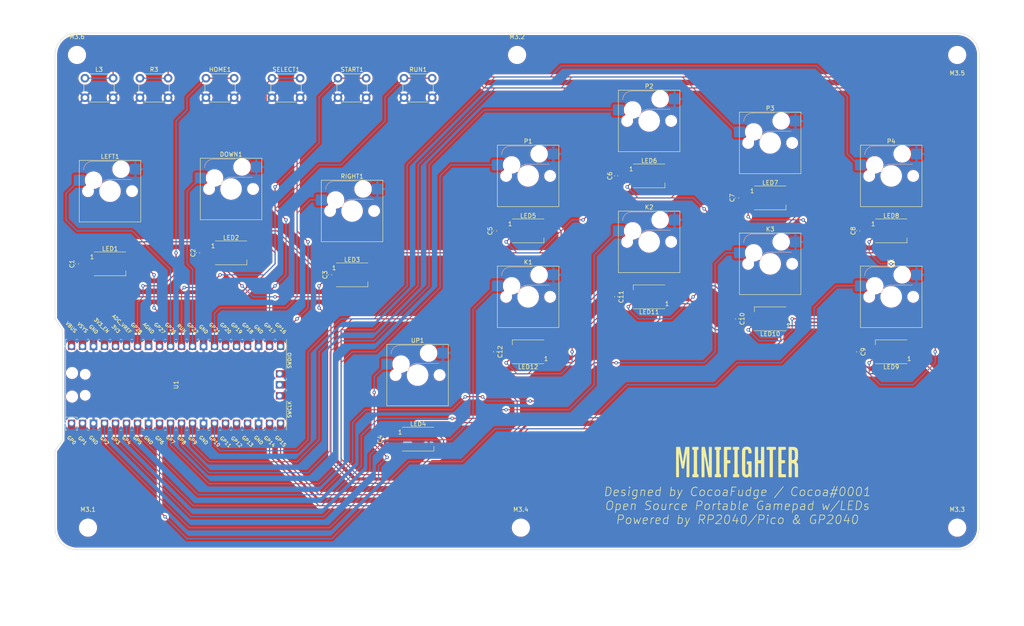
<source format=kicad_pcb>
(kicad_pcb (version 20211014) (generator pcbnew)
  (layers (0 "F.Cu" signal) (31 "B.Cu" signal) (34 "B.Paste" user) (35 "F.Paste" user) (36 "B.SilkS" user "B.Silkscreen") (37 "F.SilkS" user "F.Silkscreen") (38 "B.Mask" user) (39 "F.Mask" user) (44 "Edge.Cuts" user))
  (net 0 "")
  (net 1 "GND")
  (net 2 "+5V")
  (net 3 "GP 3")
  (net 4 "GP 6")
  (net 5 "GP 7")
  (net 6 "GP 8")
  (net 7 "GP 9")
  (net 8 "Net-(LED1-Pad2)")
  (net 9 "DIN")
  (net 10 "Net-(LED2-Pad2)")
  (net 11 "Net-(LED3-Pad2)")
  (net 12 "Net-(LED4-Pad2)")
  (net 13 "Net-(LED5-Pad2)")
  (net 14 "Net-(LED6-Pad2)")
  (net 15 "Net-(LED7-Pad2)")
  (net 16 "Net-(LED8-Pad2)")
  (net 17 "Net-(LED10-Pad4)")
  (net 18 "Net-(LED10-Pad2)")
  (net 19 "Net-(LED11-Pad2)")
  (net 20 "GP 5")
  (net 21 "GP10")
  (net 22 "GP 4")
  (net 23 "RUN")
  (net 24 "GP16")
  (net 25 "GP17")
  (net 28 "GP 2")
  (net 29 "GP14")
  (net 39 "GP15")
  (net 40 "GP21")
  (net 41 "GP22")
  (net 42 "GP26")
  (net 43 "GP28")
  (footprint "Switch_Keyboard_Hotswap_Kailh:SW_Hotswap_Kailh_MX" (layer "F.Cu") (at 452 267)
    (fp_text reference "UP1")
    (fp_text value "SW_SPST")
  )
  (footprint "LED_SMD:LED_WS2812B_PLCC4_5.0x5.0mm_P3.2mm" (layer "F.Cu") (at 505.46 220.98)
    (fp_text reference "LED6")
    (fp_text value "WS2812B")
  )
  (footprint "Capacitor_SMD:C_0402_1005Metric" (layer "F.Cu") (at 525.78 226.06 90)
    (fp_text reference "C7")
    (fp_text value "0.1uF")
  )
  (footprint "LED_SMD:LED_WS2812B_PLCC4_5.0x5.0mm_P3.2mm" (layer "F.Cu") (at 477.52 233.68)
    (fp_text reference "LED5")
    (fp_text value "WS2812B")
  )
  (footprint "Switch_Keyboard_Hotswap_Kailh:SW_Hotswap_Kailh_MX" (layer "F.Cu") (at 533.4 213.36)
    (fp_text reference "P3")
    (fp_text value "SW_SPST")
  )
  (footprint "LED_SMD:LED_WS2812B_PLCC4_5.0x5.0mm_P3.2mm" (layer "F.Cu") (at 533.4 226.06)
    (fp_text reference "LED7")
    (fp_text value "WS2812B")
  )
  (footprint "MountingHole:MountingHole_3.2mm_M3" (layer "F.Cu") (at 475.84 302.26)
    (fp_text reference "M3.4")
    (fp_text value "MountingHole")
  )
  (footprint "LED_SMD:LED_WS2812B_PLCC4_5.0x5.0mm_P3.2mm" (layer "F.Cu") (at 381 241.3)
    (fp_text reference "LED1")
    (fp_text value "WS2812B")
  )
  (footprint "Switch_Keyboard_Hotswap_Kailh:SW_Hotswap_Kailh_MX" (layer "F.Cu") (at 505.46 236.22)
    (fp_text reference "K2")
    (fp_text value "SW_SPST")
  )
  (footprint "Switch_Keyboard_Hotswap_Kailh:SW_Hotswap_Kailh_MX" (layer "F.Cu") (at 505.46 208.28)
    (fp_text reference "P2")
    (fp_text value "SW_SPST")
  )
  (footprint "KiCad-RP-Pico-main:RPi_Pico_SMD_TH" (layer "F.Cu") (at 396.24 269.24 90)
    (fp_text reference "U1")
    (fp_text value "Pico")
  )
  (footprint "LED_SMD:LED_WS2812B_PLCC4_5.0x5.0mm_P3.2mm" (layer "F.Cu") (at 477.52 261.62 180)
    (fp_text reference "LED12")
    (fp_text value "WS2812B")
  )
  (footprint "LED_SMD:LED_WS2812B_PLCC4_5.0x5.0mm_P3.2mm" (layer "F.Cu") (at 408.94 238.76)
    (fp_text reference "LED2")
    (fp_text value "WS2812B")
  )
  (footprint "Button_Switch_THT:SW_PUSH_6mm" (layer "F.Cu") (at 387.91 198.41)
    (fp_text reference "R3")
    (fp_text value "SW_SPST")
  )
  (footprint "Capacitor_SMD:C_0402_1005Metric" (layer "F.Cu") (at 553.72 233.68 90)
    (fp_text reference "C8")
    (fp_text value "0.1uF")
  )
  (footprint "Switch_Keyboard_Hotswap_Kailh:SW_Hotswap_Kailh_MX" (layer "F.Cu") (at 477.52 220.98)
    (fp_text reference "P1")
    (fp_text value "SW_SPST")
  )
  (footprint "Capacitor_SMD:C_0402_1005Metric" (layer "F.Cu") (at 525.78 254 -90)
    (fp_text reference "C10")
    (fp_text value "0.1uF")
  )
  (footprint "Switch_Keyboard_Hotswap_Kailh:SW_Hotswap_Kailh_MX" (layer "F.Cu") (at 477.52 248.92)
    (fp_text reference "K1")
    (fp_text value "SW_SPST")
  )
  (footprint "Capacitor_SMD:C_0402_1005Metric" (layer "F.Cu") (at 497.84 248.92 -90)
    (fp_text reference "C11")
    (fp_text value "0.1uF")
  )
  (footprint "Switch_Keyboard_Hotswap_Kailh:SW_Hotswap_Kailh_MX" (layer "F.Cu") (at 533.4 241.3)
    (fp_text reference "K3")
    (fp_text value "SW_SPST")
  )
  (footprint "Capacitor_SMD:C_0402_1005Metric" (layer "F.Cu") (at 469.9 261.62 -90)
    (fp_text reference "C12")
    (fp_text value "0.1uF")
  )
  (footprint "LED_SMD:LED_WS2812B_PLCC4_5.0x5.0mm_P3.2mm" (layer "F.Cu") (at 436.88 243.84)
    (fp_text reference "LED3")
    (fp_text value "WS2812B")
  )
  (footprint "Capacitor_SMD:C_0402_1005Metric" (layer "F.Cu") (at 401.32 238.76 90)
    (fp_text reference "C2")
    (fp_text value "0.1uF")
  )
  (footprint "Button_Switch_THT:SW_PUSH_6mm" (layer "F.Cu") (at 375.21 198.41)
    (fp_text reference "L3")
    (fp_text value "SW_SPST")
  )
  (footprint "Button_Switch_THT:SW_PUSH_6mm" (layer "F.Cu") (at 403.15 198.41)
    (fp_text reference "HOME1")
    (fp_text value "SW_SPST")
  )
  (footprint "LED_SMD:LED_WS2812B_PLCC4_5.0x5.0mm_P3.2mm" (layer "F.Cu") (at 505.46 248.92 180)
    (fp_text reference "LED11")
    (fp_text value "WS2812B")
  )
  (footprint "MountingHole:MountingHole_3.2mm_M3" (layer "F.Cu") (at 373.38 193.04)
    (fp_text reference "M3.6")
    (fp_text value "MountingHole")
  )
  (footprint "Switch_Keyboard_Hotswap_Kailh:SW_Hotswap_Kailh_MX" (layer "F.Cu") (at 561.34 248.92)
    (fp_text reference "K4")
    (fp_text value "SW_SPST")
  )
  (footprint "Capacitor_SMD:C_0402_1005Metric" (layer "F.Cu") (at 373.38 241.3 90)
    (fp_text reference "C1")
    (fp_text value "0.1uF")
  )
  (footprint "Capacitor_SMD:C_0402_1005Metric" (layer "F.Cu") (at 553.72 261.62 -90)
    (fp_text reference "C9")
    (fp_text value "0.1uF")
  )
  (footprint "LED_SMD:LED_WS2812B_PLCC4_5.0x5.0mm_P3.2mm" (layer "F.Cu") (at 561.34 233.68)
    (fp_text reference "LED8")
    (fp_text value "WS2812B")
  )
  (footprint "Button_Switch_THT:SW_PUSH_6mm" (layer "F.Cu") (at 448.87 198.41)
    (fp_text reference "RUN1")
    (fp_text value "SW_SPST")
  )
  (footprint "Switch_Keyboard_Hotswap_Kailh:SW_Hotswap_Kailh_MX" (layer "F.Cu") (at 561.34 220.98)
    (fp_text reference "P4")
    (fp_text value "SW_SPST")
  )
  (footprint "Capacitor_SMD:C_0402_1005Metric" (layer "F.Cu") (at 431.8 243.84 90)
    (fp_text reference "C3")
    (fp_text value "0.1uF")
  )
  (footprint "MountingHole:MountingHole_3.2mm_M3" (layer "F.Cu") (at 576.58 302.26)
    (fp_text reference "M3.3")
    (fp_text value "MountingHole")
  )
  (footprint "MountingHole:MountingHole_3.2mm_M3" (layer "F.Cu") (at 576.58 193.04 180)
    (fp_text reference "M3.5")
    (fp_text value "MountingHole")
  )
  (footprint "Capacitor_SMD:C_0402_1005Metric" (layer "F.Cu") (at 469.9 233.68 90)
    (fp_text reference "C5")
    (fp_text value "0.1uF")
  )
  (footprint "Switch_Keyboard_Hotswap_Kailh:SW_Hotswap_Kailh_MX" (layer "F.Cu") (at 436.88 229.08)
    (fp_text reference "RIGHT1")
    (fp_text value "SW_SPST")
  )
  (footprint "Capacitor_SMD:C_0402_1005Metric" (layer "F.Cu") (at 444.5 281.8 90)
    (fp_text reference "C4")
    (fp_text value "0.1uF")
  )
  (footprint "LED_SMD:LED_WS2812B_PLCC4_5.0x5.0mm_P3.2mm" (layer "F.Cu") (at 533.4 254 180)
    (fp_text reference "LED10")
    (fp_text value "WS2812B")
  )
  (footprint "Capacitor_SMD:C_0402_1005Metric" (layer "F.Cu") (at 497.84 220.98 90)
    (fp_text reference "C6")
    (fp_text value "0.1uF")
  )
  (footprint "Button_Switch_THT:SW_PUSH_6mm" (layer "F.Cu") (at 433.63 198.41)
    (fp_text reference "START1")
    (fp_text value "SW_SPST")
  )
  (footprint "Button_Switch_THT:SW_PUSH_6mm" (layer "F.Cu") (at 418.39 198.41)
    (fp_text reference "SELECT1")
    (fp_text value "SW_SPST")
  )
  (footprint "Switch_Keyboard_Hotswap_Kailh:SW_Hotswap_Kailh_MX" (layer "F.Cu") (at 408.94 224)
    (fp_text reference "DOWN1")
    (fp_text value "SW_SPST")
  )
  (footprint "Switch_Keyboard_Hotswap_Kailh:SW_Hotswap_Kailh_MX" (layer "F.Cu") (at 381 224.51)
    (fp_text reference "LEFT1")
    (fp_text value "SW_SPST")
  )
  (footprint "LOGO" (layer "F.Cu") (at 525.78 287.02)
    (fp_text reference "G***")
    (fp_text value "LOGO" hide)
  )
  (footprint "MountingHole:MountingHole_3.2mm_M3" (layer "F.Cu") (at 375.92 302.26)
    (fp_text reference "M3.1")
    (fp_text value "MountingHole")
  )
  (footprint "MountingHole:MountingHole_3.2mm_M3" (layer "F.Cu") (at 474.98 193.04)
    (fp_text reference "M3.2")
    (fp_text value "MountingHole")
  )
  (footprint "LED_SMD:LED_WS2812B_PLCC4_5.0x5.0mm_P3.2mm" (layer "F.Cu") (at 452.12 281.8)
    (fp_text reference "LED4")
    (fp_text value "WS2812B")
  )
  (footprint "LED_SMD:LED_WS2812B_PLCC4_5.0x5.0mm_P3.2mm" (layer "F.Cu") (at 561.34 261.62 180)
    (fp_text reference "LED9")
    (fp_text value "WS2812B")
  )
  (gr_line (start 370 282) (end 368.3 284.48) (layer "Edge.Cuts") (width 0.1))
  (gr_arc (start 581.66 302.26) (mid 580.172102 305.852102) (end 576.58 307.34) (layer "Edge.Cuts") (width 0.1))
  (gr_arc (start 368.3 193.04) (mid 369.787898 189.447898) (end 373.38 187.96) (layer "Edge.Cuts") (width 0.1))
  (gr_line (start 581.66 302.26) (end 581.66 193.04) (layer "Edge.Cuts") (width 0.1))
  (gr_line (start 370 282) (end 370 256.54) (layer "Edge.Cuts") (width 0.1))
  (gr_line (start 373.38 307.34) (end 576.58 307.34) (layer "Edge.Cuts") (width 0.1))
  (gr_line (start 370 256.54) (end 368.3 254) (layer "Edge.Cuts") (width 0.1))
  (gr_arc (start 576.58 187.96) (mid 580.172102 189.447898) (end 581.66 193.04) (layer "Edge.Cuts") (width 0.1))
  (gr_line (start 368.3 284.48) (end 368.3 302.26) (layer "Edge.Cuts") (width 0.1))
  (gr_line (start 368.3 193.04) (end 368.3 254) (layer "Edge.Cuts") (width 0.1))
  (gr_arc (start 373.38 307.34) (mid 369.787898 305.852102) (end 368.3 302.26) (layer "Edge.Cuts") (width 0.1))
  (gr_line (start 576.58 187.96) (end 373.38 187.96) (layer "Edge.Cuts") (width 0.1))
  (gr_text "Designed by CocoaFudge / Cocoa#0001\nOpen Source Portable Gamepad w/LEDs\nPowered by RP2040/Pico & GP2040" (at 525.78 297.18) (layer "F.SilkS") (effects (font (size 2 2) (thickness 0.15) italic)))
  (segment (start 372.11 242.08307) (end 373.37307 240.82) (width 0.25) (layer "F.Cu") (net 2))
  (segment (start 551.66 262.1) (end 545.16 255.6) (width 0.25) (layer "F.Cu") (net 2))
  (segment (start 498.96 219.38) (end 503.01 219.38) (width 0.25) (layer "F.Cu") (net 2))
  (segment (start 545.16 255.6) (end 535.85 255.6) (width 0.25) (layer "F.Cu") (net 2))
  (segment (start 530.95 223.43) (end 530.95 224.46) (width 0.25) (layer "F.Cu") (net 2))
  (segment (start 434.43 242.24) (end 434.43 241.39) (width 0.25) (layer "F.Cu") (net 2))
  (segment (start 533.4 220.98) (end 530.95 223.43) (width 0.25) (layer "F.Cu") (net 2))
  (segment (start 568.02 263.22) (end 563.79 263.22) (width 0.25) (layer "F.Cu") (net 2))
  (segment (start 530.86 261.62) (end 525.78 256.54) (width 0.25) (layer "F.Cu") (net 2))
  (segment (start 556.26 266.7) (end 553.72 264.16) (width 0.25) (layer "F.Cu") (net 2))
  (segment (start 471.02 232.08) (end 475.07 232.08) (width 0.25) (layer "F.Cu") (net 2))
  (segment (start 401.32 236.22) (end 402.26 237.16) (width 0.25) (layer "F.Cu") (net 2))
  (segment (start 503.01 218.35) (end 505.46 215.9) (width 0.25) (layer "F.Cu") (net 2))
  (segment (start 475 276) (end 475 273) (width 0.25) (layer "F.Cu") (net 2))
  (segment (start 561.34 266.7) (end 556.26 266.7) (width 0.25) (layer "F.Cu") (net 2))
  (segment (start 373.38 240.82) (end 374.5 239.7) (width 0.25) (layer "F.Cu") (net 2))
  (segment (start 485.14 264.16) (end 484.2 263.22) (width 0.25) (layer "F.Cu") (net 2))
  (segment (start 381 236.22) (end 401.32 236.22) (width 0.25) (layer "F.Cu") (net 2))
  (segment (start 553.72 233.2) (end 554.84 232.08) (width 0.25) (layer "F.Cu") (net 2))
  (segment (start 553.72 233.2) (end 553.24 233.2) (width 0.25) (layer "F.Cu") (net 2))
  (segment (start 553.24 233.2) (end 541.02 220.98) (width 0.25) (layer "F.Cu") (net 2))
  (segment (start 408.94 233.68) (end 419.58 233.68) (width 0.25) (layer "F.Cu") (net 2))
  (segment (start 484.2 263.22) (end 479.97 263.22) (width 0.25) (layer "F.Cu") (net 2))
  (segment (start 444.5 281.32) (end 445.62 280.2) (width 0.25) (layer "F.Cu") (net 2))
  (segment (start 429.26 243.36) (end 431.8 243.36) (width 0.25) (layer "F.Cu") (net 2))
  (segment (start 541.02 220.98) (end 533.4 220.98) (width 0.25) (layer "F.Cu") (net 2))
  (segment (start 568.96 228.6) (end 574.04 233.68) (width 0.25) (layer "F.Cu") (net 2))
  (segment (start 574.04 264.16) (end 574.04 233.68) (width 0.25) (layer "F.Cu") (net 2))
  (segment (start 475.07 232.08) (end 475.07 231.05) (width 0.25) (layer "F.Cu") (net 2))
  (segment (start 487.68 264.16) (end 485.14 264.16) (width 0.25) (layer "F.Cu") (net 2))
  (segment (start 479.97 263.22) (end 479.97 264.25) (width 0.25) (layer "F.Cu") (net 2))
  (segment (start 465.3 233.2) (end 469.9 233.2) (width 0.25) (layer "F.Cu") (net 2))
  (segment (start 563.79 264.25) (end 561.34 266.7) (width 0.25) (layer "F.Cu") (net 2))
  (segment (start 401.32 238.28) (end 401.32 238.1) (width 0.25) (layer "F.Cu") (net 2))
  (segment (start 520.7 256.54) (end 523.72 256.54) (width 0.25) (layer "F.Cu") (net 2))
  (segment (start 553.72 264.16) (end 553.72 262.1) (width 0.25) (layer "F.Cu") (net 2))
  (segment (start 473 278) (end 475 276) (width 0.25) (layer "F.Cu") (net 2))
  (segment (start 459.74 238.76) (end 465.3 233.2) (width 0.25) (layer "F.Cu") (net 2))
  (segment (start 558.89 232.08) (end 558.89 231.05) (width 0.25) (layer "F.Cu") (net 2))
  (segment (start 475.07 231.05) (end 477.52 228.6) (width 0.25) (layer "F.Cu") (net 2))
  (segment (start 406.49 237.16) (end 406.49 236.13) (width 0.25) (layer "F.Cu") (net 2))
  (segment (start 445.62 280.2) (end 449.67 280.2) (width 0.25) (layer "F.Cu") (net 2))
  (segment (start 503.01 219.38) (end 503.01 218.35) (width 0.25) (layer "F.Cu") (net 2))
  (segment (start 497.84 254) (end 497.84 249.4) (width 0.25) (layer "F.Cu") (net 2))
  (segment (start 477.52 266.7) (end 472.44 266.7) (width 0.25) (layer "F.Cu") (net 2))
  (segment (start 525.78 225.58) (end 526.9 224.46) (width 0.25) (layer "F.Cu") (net 2))
  (segment (start 514.68 250.52) (end 520.7 256.54) (width 0.25) (layer "F.Cu") (net 2))
  (segment (start 401.32 238.1) (end 402.26 237.16) (width 0.25) (layer "F.Cu") (net 2))
  (segment (start 434.43 241.39) (end 434.34 241.3) (width 0.25) (layer "F.Cu") (net 2))
  (segment (start 553.72 262.1) (end 551.66 262.1) (width 0.25) (layer "F.Cu") (net 2))
  (segment (start 431.8 243.36) (end 432.92 242.24) (width 0.25) (layer "F.Cu") (net 2))
  (segment (start 406.49 236.13) (end 408.94 233.68) (width 0.25) (layer "F.Cu") (net 2))
  (segment (start 472.44 266.7) (end 469.9 264.16) (width 0.25) (layer "F.Cu") (net 2))
  (segment (start 535.85 259.17) (end 535.85 255.6) (width 0.25) (layer "F.Cu") (net 2))
  (segment (start 468 264) (end 469.9 262.1) (width 0.25) (layer "F.Cu") (net 2))
  (segment (start 468 268) (end 468 264) (width 0.25) (layer "F.Cu") (net 2))
  (segment (start 469.9 233.2) (end 471.02 232.08) (width 0.25) (layer "F.Cu") (net 2))
  (segment (start 554.84 232.08) (end 558.89 232.08) (width 0.25) (layer "F.Cu") (net 2))
  (segment (start 522.76 225.58) (end 525.78 225.58) (width 0.25) (layer "F.Cu") (net 2))
  (segment (start 419.58 233.68) (end 429.26 243.36) (width 0.25) (layer "F.Cu") (net 2))
  (segment (start 507.91 250.52) (end 507.91 254.09) (width 0.25) (layer "F.Cu") (net 2))
  (segment (start 505.46 256.54) (end 500.38 256.54) (width 0.25) (layer "F.Cu") (net 2))
  (segment (start 507.91 254.09) (end 505.46 256.54) (width 0.25) (layer "F.Cu") (net 2))
  (segment (start 495.78 220.5) (end 497.84 220.5) (width 0.25) (layer "F.Cu") (net 2))
  (segment (start 432.92 242.24) (end 434.43 242.24) (width 0.25) (layer "F.Cu") (net 2))
  (segment (start 487.68 228.6) (end 495.78 220.5) (width 0.25) (layer "F.Cu") (net 2))
  (segment (start 469.9 264.16) (end 469.9 262.1) (width 0.25) (layer "F.Cu") (net 2))
  (segment (start 571.5 266.7) (end 568.02 263.22) (width 0.25) (layer "F.Cu") (net 2))
  (segment (start 533.4 261.62) (end 530.86 261.62) (width 0.25) (layer "F.Cu") (net 2))
  (segment (start 507.91 250.52) (end 514.68 250.52) (width 0.25) (layer "F.Cu") (net 2))
  (segment (start 451.87 278) (end 473 278) (width 0.25) (layer "F.Cu") (net 2))
  (segment (start 378.55 238.67) (end 381 236.22) (width 0.25) (layer "F.Cu") (net 2))
  (segment (start 372.11 260.35) (end 372.11 242.08307) (width 0.25) (layer "F.Cu") (net 2))
  (segment (start 469 269) (end 468 268) (width 0.25) (layer "F.Cu") (net 2))
  (segment (start 490.22 261.62) (end 487.68 264.16) (width 0.25) (layer "F.Cu") (net 2))
  (segment (start 558.89 231.05) (end 561.34 228.6) (width 0.25) (layer "F.Cu") (net 2))
  (segment (start 500.38 256.54) (end 497.84 254) (width 0.25) (layer "F.Cu") (net 2))
  (segment (start 436.88 238.76) (end 459.74 238.76) (width 0.25) (layer "F.Cu") (net 2))
  (segment (start 402.26 237.16) (end 406.49 237.16) (width 0.25) (layer "F.Cu") (net 2))
  (segment (start 449.67 280.2) (end 451.87 278) (width 0.25) (layer "F.Cu") (net 2))
  (segment (start 475 273) (end 471 269) (width 0.25) (layer "F.Cu") (net 2))
  (segment (start 563.79 263.22) (end 563.79 264.25) (width 0.25) (layer "F.Cu") (net 2))
  (segment (start 374.5 239.7) (end 378.55 239.7) (width 0.25) (layer "F.Cu") (net 2))
  (segment (start 479.97 264.25) (end 477.52 266.7) (width 0.25) (layer "F.Cu") (net 2))
  (segment (start 471 269) (end 469 269) (width 0.25) (layer "F.Cu") (net 2))
  (segment (start 490.22 257.02) (end 490.22 261.62) (width 0.25) (layer "F.Cu") (net 2))
  (segment (start 434.34 241.3) (end 436.88 238.76) (width 0.25) (layer "F.Cu") (net 2))
  (segment (start 526.9 224.46) (end 530.95 224.46) (width 0.25) (layer "F.Cu") (net 2))
  (segment (start 378.55 239.7) (end 378.55 238.67) (width 0.25) (layer "F.Cu") (net 2))
  (segment (start 497.84 249.4) (end 490.22 257.02) (width 0.25) (layer "F.Cu") (net 2))
  (segment (start 373.37307 240.82) (end 373.38 240.82) (width 0.25) (layer "F.Cu") (net 2))
  (segment (start 525.78 256.54) (end 525.78 254.48) (width 0.25) (layer "F.Cu") (net 2))
  (segment (start 561.34 228.6) (end 568.96 228.6) (width 0.25) (layer "F.Cu") (net 2))
  (segment (start 505.46 215.9) (end 513.08 215.9) (width 0.25) (layer "F.Cu") (net 2))
  (segment (start 571.5 266.7) (end 574.04 264.16) (width 0.25) (layer "F.Cu") (net 2))
  (segment (start 477.52 228.6) (end 487.68 228.6) (width 0.25) (layer "F.Cu") (net 2))
  (segment (start 533.4 261.62) (end 535.85 259.17) (width 0.25) (layer "F.Cu") (net 2))
  (segment (start 497.84 220.5) (end 498.96 219.38) (width 0.25) (layer "F.Cu") (net 2))
  (segment (start 513.08 215.9) (end 522.76 225.58) (width 0.25) (layer "F.Cu") (net 2))
  (segment (start 523.72 256.54) (end 525.78 254.48) (width 0.25) (layer "F.Cu") (net 2))
  (segment (start 459.74 281.94) (end 444.5 281.94) (width 0.25) (layer "B.Cu") (net 3))
  (segment (start 399.72 299.72) (end 382.27 282.27) (width 0.25) (layer "B.Cu") (net 3))
  (segment (start 382.27 282.27) (end 382.27 278.13) (width 0.25) (layer "B.Cu") (net 3))
  (segment (start 441 289) (end 430.28 299.72) (width 0.25) (layer "B.Cu") (net 3))
  (segment (start 430.28 299.72) (end 399.72 299.72) (width 0.25) (layer "B.Cu") (net 3))
  (segment (start 464.82 251.835) (end 470.275 246.38) (width 0.25) (layer "B.Cu") (net 3))
  (segment (start 464.82 276.86) (end 459.74 281.94) (width 0.25) (layer "B.Cu") (net 3))
  (segment (start 470.275 246.38) (end 470.435 246.38) (width 0.25) (layer "B.Cu") (net 3))
  (segment (start 444.5 281.94) (end 441 285.44) (width 0.25) (layer "B.Cu") (net 3))
  (segment (start 441 285.44) (end 441 289) (width 0.25) (layer "B.Cu") (net 3))
  (segment (start 464.82 251.835) (end 464.82 276.86) (width 0.25) (layer "B.Cu") (net 3))
  (segment (start 392.43 298.45) (end 392.43 278.13) (width 0.25) (layer "F.Cu") (net 4))
  (segment (start 393.7 299.72) (end 392.43 298.45) (width 0.25) (layer "F.Cu") (net 4))
  (via (at 393.7 299.72) (size 0.8) (drill 0.4) (layers "F.Cu" "B.Cu") (net 4))
  (segment (start 469.9 279.4) (end 490.22 279.4) (width 0.25) (layer "B.Cu") (net 4))
  (segment (start 543.56 251.46) (end 548.64 246.38) (width 0.25) (layer "B.Cu") (net 4))
  (segment (start 525.78 264.16) (end 535.94 264.16) (width 0.25) (layer "B.Cu") (net 4))
  (segment (start 462.3 287) (end 469.9 279.4) (width 0.25) (layer "B.Cu") (net 4))
  (segment (start 450 287) (end 462.3 287) (width 0.25) (layer "B.Cu") (net 4))
  (segment (start 500.38 269.24) (end 520.7 269.24) (width 0.25) (layer "B.Cu") (net 4))
  (segment (start 398.78 304.8) (end 432.2 304.8) (width 0.25) (layer "B.Cu") (net 4))
  (segment (start 398.78 304.8) (end 393.7 299.72) (width 0.25) (layer "B.Cu") (net 4))
  (segment (start 543.56 256.54) (end 543.56 251.46) (width 0.25) (layer "B.Cu") (net 4))
  (segment (start 535.94 264.16) (end 543.56 256.54) (width 0.25) (layer "B.Cu") (net 4))
  (segment (start 490.22 279.4) (end 500.38 269.24) (width 0.25) (layer "B.Cu") (net 4))
  (segment (start 548.64 246.38) (end 554.255 246.38) (width 0.25) (layer "B.Cu") (net 4))
  (segment (start 520.7 269.24) (end 525.78 264.16) (width 0.25) (layer "B.Cu") (net 4))
  (segment (start 432.2 304.8) (end 450 287) (width 0.25) (layer "B.Cu") (net 4))
  (segment (start 457.2 220.98) (end 459.74 218.44) (width 0.25) (layer "B.Cu") (net 5))
  (segment (start 459.74 218.44) (end 470.435 218.44) (width 0.25) (layer "B.Cu") (net 5))
  (segment (start 394.97 278.13) (end 394.97 283.21) (width 0.25) (layer "B.Cu") (net 5))
  (segment (start 436.88 261.62) (end 442.38 261.62) (width 0.25) (layer "B.Cu") (net 5))
  (segment (start 434.34 264.16) (end 436.88 261.62) (width 0.25) (layer "B.Cu") (net 5))
  (segment (start 457.2 246.8) (end 457.2 220.98) (width 0.25) (layer "B.Cu") (net 5))
  (segment (start 434.34 287.02) (end 434.34 264.16) (width 0.25) (layer "B.Cu") (net 5))
  (segment (start 442.38 261.62) (end 457.2 246.8) (width 0.25) (layer "B.Cu") (net 5))
  (segment (start 429.26 292.1) (end 434.34 287.02) (width 0.25) (layer "B.Cu") (net 5))
  (segment (start 394.97 283.21) (end 403.86 292.1) (width 0.25) (layer "B.Cu") (net 5))
  (segment (start 403.86 292.1) (end 429.26 292.1) (width 0.25) (layer "B.Cu") (net 5))
  (segment (start 403.86 289.56) (end 426.72 289.56) (width 0.25) (layer "B.Cu") (net 6))
  (segment (start 426.72 289.56) (end 431.8 284.48) (width 0.25) (layer "B.Cu") (net 6))
  (segment (start 431.8 284.48) (end 431.8 261.62) (width 0.25) (layer "B.Cu") (net 6))
  (segment (start 441.96 259.08) (end 454.66 246.38) (width 0.25) (layer "B.Cu") (net 6))
  (segment (start 454.66 246.38) (end 454.66 218.44) (width 0.25) (layer "B.Cu") (net 6))
  (segment (start 397.51 278.13) (end 397.51 283.21) (width 0.25) (layer "B.Cu") (net 6))
  (segment (start 431.8 261.62) (end 434.34 259.08) (width 0.25) (layer "B.Cu") (net 6))
  (segment (start 397.51 283.21) (end 403.86 289.56) (width 0.25) (layer "B.Cu") (net 6))
  (segment (start 467.36 205.74) (end 498.375 205.74) (width 0.25) (layer "B.Cu") (net 6))
  (segment (start 454.66 218.44) (end 467.36 205.74) (width 0.25) (layer "B.Cu") (net 6))
  (segment (start 434.34 259.08) (end 441.96 259.08) (width 0.25) (layer "B.Cu") (net 6))
  (segment (start 429.26 261.62) (end 434.34 256.54) (width 0.25) (layer "B.Cu") (net 7))
  (segment (start 424.18 287.02) (end 429.26 281.94) (width 0.25) (layer "B.Cu") (net 7))
  (segment (start 400.05 278.13) (end 400.05 283.21) (width 0.25) (layer "B.Cu") (net 7))
  (segment (start 467.36 203.2) (end 469.9 200.66) (width 0.25) (layer "B.Cu") (net 7))
  (segment (start 441.96 256.54) (end 452.12 246.38) (width 0.25) (layer "B.Cu") (net 7))
  (segment (start 518.16 203.2) (end 525.78 210.82) (width 0.25) (layer "B.Cu") (net 7))
  (segment (start 485.14 200.66) (end 487.68 198.12) (width 0.25) (layer "B.Cu") (net 7))
  (segment (start 469.9 200.66) (end 485.14 200.66) (width 0.25) (layer "B.Cu") (net 7))
  (segment (start 487.68 198.12) (end 513.08 198.12) (width 0.25) (layer "B.Cu") (net 7))
  (segment (start 452.12 218.44) (end 467.36 203.2) (width 0.25) (layer "B.Cu") (net 7))
  (segment (start 452.12 246.38) (end 452.12 218.44) (width 0.25) (layer "B.Cu") (net 7))
  (segment (start 513.08 198.12) (end 518.16 203.2) (width 0.25) (layer "B.Cu") (net 7))
  (segment (start 403.86 287.02) (end 424.18 287.02) (width 0.25) (layer "B.Cu") (net 7))
  (segment (start 429.26 281.94) (end 429.26 261.62) (width 0.25) (layer "B.Cu") (net 7))
  (segment (start 400.05 283.21) (end 403.86 287.02) (width 0.25) (layer "B.Cu") (net 7))
  (segment (start 434.34 256.54) (end 441.96 256.54) (width 0.25) (layer "B.Cu") (net 7))
  (segment (start 525.78 210.82) (end 526.315 210.82) (width 0.25) (layer "B.Cu") (net 7))
  (segment (start 414.02 236.22) (end 413.08 237.16) (width 0.25) (layer "F.Cu") (net 8))
  (segment (start 411.48 248.92) (end 419.1 241.3) (width 0.25) (layer "F.Cu") (net 8))
  (segment (start 378.55 246.29) (end 378.46 246.38) (width 0.25) (layer "F.Cu") (net 8))
  (segment (start 413.08 237.16) (end 411.39 237.16) (width 0.25) (layer "F.Cu") (net 8))
  (segment (start 378.46 246.38) (end 381 248.92) (width 0.25) (layer "F.Cu") (net 8))
  (segment (start 419.1 241.3) (end 419.1 238.76) (width 0.25) (layer "F.Cu") (net 8))
  (segment (start 419.1 238.76) (end 416.56 236.22) (width 0.25) (layer "F.Cu") (net 8))
  (segment (start 381 248.92) (end 411.48 248.92) (width 0.25) (layer "F.Cu") (net 8))
  (segment (start 416.56 236.22) (end 414.02 236.22) (width 0.25) (layer "F.Cu") (net 8))
  (segment (start 378.55 242.9) (end 378.55 246.29) (width 0.25) (layer "F.Cu") (net 8))
  (segment (start 392.43 260.35) (end 392.43 252.73) (width 0.25) (layer "F.Cu") (net 9))
  (segment (start 391.16 243.84) (end 387.02 239.7) (width 0.25) (layer "F.Cu") (net 9))
  (segment (start 392.43 252.73) (end 391.16 251.46) (width 0.25) (layer "F.Cu") (net 9))
  (segment (start 387.02 239.7) (end 383.45 239.7) (width 0.25) (layer "F.Cu") (net 9))
  (via (at 391.16 243.84) (size 0.8) (drill 0.4) (layers "F.Cu" "B.Cu") (net 9))
  (via (at 391.16 251.46) (size 0.8) (drill 0.4) (layers "F.Cu" "B.Cu") (net 9))
  (segment (start 391.16 251.46) (end 391.16 243.84) (width 0.25) (layer "B.Cu") (net 9))
  (segment (start 441.96 248.92) (end 444.5 246.38) (width 0.25) (layer "F.Cu") (net 10))
  (segment (start 444.5 243.84) (end 442.9 242.24) (width 0.25) (layer "F.Cu") (net 10))
  (segment (start 406.49 240.36) (end 406.49 241.39) (width 0.25) (layer "F.Cu") (net 10))
  (segment (start 444.5 246.38) (end 444.5 243.84) (width 0.25) (layer "F.Cu") (net 10))
  (segment (start 419.1 248.92) (end 441.96 248.92) (width 0.25) (layer "F.Cu") (net 10))
  (segment (start 406.49 241.39) (end 411.48 246.38) (width 0.25) (layer "F.Cu") (net 10))
  (segment (start 442.9 242.24) (end 439.33 242.24) (width 0.25) (layer "F.Cu") (net 10))
  (via (at 419.1 248.92) (size 0.8) (drill 0.4) (layers "F.Cu" "B.Cu") (net 10))
  (via (at 411.48 246.38) (size 0.8) (drill 0.4) (layers "F.Cu" "B.Cu") (net 10))
  (segment (start 419.1 248.92) (end 414.02 248.92) (width 0.25) (layer "B.Cu") (net 10))
  (segment (start 414.02 248.92) (end 411.48 246.38) (width 0.25) (layer "B.Cu") (net 10))
  (segment (start 429.26 251.46) (end 432 254.2) (width 0.25) (layer "F.Cu") (net 11))
  (segment (start 455 286) (end 457 286) (width 0.25) (layer "F.Cu") (net 11))
  (segment (start 432 254.2) (end 432 287) (width 0.25) (layer "F.Cu") (net 11))
  (segment (start 432 287) (end 437 292) (width 0.25) (layer "F.Cu") (net 11))
  (segment (start 457 286) (end 458 285) (width 0.25) (layer "F.Cu") (net 11))
  (segment (start 449 292) (end 455 286) (width 0.25) (layer "F.Cu") (net 11))
  (segment (start 429.26 246.38) (end 430.2 245.44) (width 0.25) (layer "F.Cu") (net 11))
  (segment (start 458 282) (end 456.2 280.2) (width 0.25) (layer "F.Cu") (net 11))
  (segment (start 430.2 245.44) (end 434.43 245.44) (width 0.25) (layer "F.Cu") (net 11))
  (segment (start 437 292) (end 449 292) (width 0.25) (layer "F.Cu") (net 11))
  (segment (start 458 285) (end 458 282) (width 0.25) (layer "F.Cu") (net 11))
  (segment (start 456.2 280.2) (end 454.57 280.2) (width 0.25) (layer "F.Cu") (net 11))
  (via (at 429.26 251.46) (size 0.8) (drill 0.4) (layers "F.Cu" "B.Cu") (net 11))
  (via (at 429.26 246.38) (size 0.8) (drill 0.4) (layers "F.Cu" "B.Cu") (net 11))
  (segment (start 429.26 246.38) (end 429.26 251.46) (width 0.25) (layer "B.Cu") (net 11))
  (segment (start 485.14 236.22) (end 482.6 238.76) (width 0.25) (layer "F.Cu") (net 12))
  (segment (start 459.74 254) (end 436.88 254) (width 0.25) (layer "F.Cu") (net 12))
  (segment (start 438 290) (end 445 290) (width 0.25) (layer "F.Cu") (net 12))
  (segment (start 449.67 285.33) (end 449.67 283.4) (width 0.25) (layer "F.Cu") (net 12))
  (segment (start 434.34 286.34) (end 438 290) (width 0.25) (layer "F.Cu") (net 12))
  (segment (start 434.34 256.54) (end 434.34 286.34) (width 0.25) (layer "F.Cu") (net 12))
  (segment (start 467.36 241.3) (end 467.36 246.38) (width 0.25) (layer "F.Cu") (net 12))
  (segment (start 485.14 233.68) (end 485.14 236.22) (width 0.25) (layer "F.Cu") (net 12))
  (segment (start 436.88 254) (end 434.34 256.54) (width 0.25) (layer "F.Cu") (net 12))
  (segment (start 482.6 238.76) (end 469.9 238.76) (width 0.25) (layer "F.Cu") (net 12))
  (segment (start 469.9 238.76) (end 467.36 241.3) (width 0.25) (layer "F.Cu") (net 12))
  (segment (start 479.97 232.08) (end 483.54 232.08) (width 0.25) (layer "F.Cu") (net 12))
  (segment (start 445 290) (end 449.67 285.33) (width 0.25) (layer "F.Cu") (net 12))
  (segment (start 467.36 246.38) (end 459.74 254) (width 0.25) (layer "F.Cu") (net 12))
  (segment (start 483.54 232.08) (end 485.14 233.68) (width 0.25) (layer "F.Cu") (net 12))
  (segment (start 490.22 231.14) (end 495.3 226.06) (width 0.25) (layer "F.Cu") (net 13))
  (segment (start 513.08 220.98) (end 511.48 219.38) (width 0.25) (layer "F.Cu") (net 13))
  (segment (start 513.08 223.52) (end 513.08 220.98) (width 0.25) (layer "F.Cu") (net 13))
  (segment (start 495.3 226.06) (end 510.54 226.06) (width 0.25) (layer "F.Cu") (net 13))
  (segment (start 510.54 226.06) (end 513.08 223.52) (width 0.25) (layer "F.Cu") (net 13))
  (segment (start 475.07 235.28) (end 473.38 235.28) (width 0.25) (layer "F.Cu") (net 13))
  (segment (start 511.48 219.38) (end 507.91 219.38) (width 0.25) (layer "F.Cu") (net 13))
  (segment (start 473.38 235.28) (end 472.44 236.22) (width 0.25) (layer "F.Cu") (net 13))
  (via (at 490.22 231.14) (size 0.8) (drill 0.4) (layers "F.Cu" "B.Cu") (net 13))
  (via (at 472.44 236.22) (size 0.8) (drill 0.4) (layers "F.Cu" "B.Cu") (net 13))
  (segment (start 487.68 231.14) (end 490.22 231.14) (width 0.25) (layer "B.Cu") (net 13))
  (segment (start 480.06 238.76) (end 487.68 231.14) (width 0.25) (layer "B.Cu") (net 13))
  (segment (start 474.98 238.76) (end 480.06 238.76) (width 0.25) (layer "B.Cu") (net 13))
  (segment (start 472.44 236.22) (end 474.98 238.76) (width 0.25) (layer "B.Cu") (net 13))
  (segment (start 523.24 233.68) (end 518.16 228.6) (width 0.25) (layer "F.Cu") (net 14))
  (segment (start 539.42 224.46) (end 541.02 226.06) (width 0.25) (layer "F.Cu") (net 14))
  (segment (start 501.32 222.58) (end 500.38 223.52) (width 0.25) (layer "F.Cu") (net 14))
  (segment (start 541.02 228.6) (end 535.94 233.68) (width 0.25) (layer "F.Cu") (net 14))
  (segment (start 535.85 224.46) (end 539.42 224.46) (width 0.25) (layer "F.Cu") (net 14))
  (segment (start 535.94 233.68) (end 523.24 233.68) (width 0.25) (layer "F.Cu") (net 14))
  (segment (start 541.02 226.06) (end 541.02 228.6) (width 0.25) (layer "F.Cu") (net 14))
  (segment (start 503.01 222.58) (end 501.32 222.58) (width 0.25) (layer "F.Cu") (net 14))
  (via (at 518.16 228.6) (size 0.8) (drill 0.4) (layers "F.Cu" "B.Cu") (net 14))
  (via (at 500.38 223.52) (size 0.8) (drill 0.4) (layers "F.Cu" "B.Cu") (net 14))
  (segment (start 515.62 226.06) (end 502.92 226.06) (width 0.25) (layer "B.Cu") (net 14))
  (segment (start 502.92 226.06) (end 500.38 223.52) (width 0.25) (layer "B.Cu") (net 14))
  (segment (start 518.16 228.6) (end 515.62 226.06) (width 0.25) (layer "B.Cu") (net 14))
  (segment (start 548.64 238.76) (end 566.42 238.76) (width 0.25) (layer "F.Cu") (net 15))
  (segment (start 529.26 227.66) (end 528.32 228.6) (width 0.25) (layer "F.Cu") (net 15))
  (segment (start 528.32 228.6) (end 528.32 230.4155) (width 0.25) (layer "F.Cu") (net 15))
  (segment (start 567.36 232.08) (end 563.79 232.08) (width 0.25) (layer "F.Cu") (net 15))
  (segment (start 530.95 227.66) (end 529.26 227.66) (width 0.25) (layer "F.Cu") (net 15))
  (segment (start 568.96 236.22) (end 568.96 233.68) (width 0.25) (layer "F.Cu") (net 15))
  (segment (start 566.42 238.76) (end 568.96 236.22) (width 0.25) (layer "F.Cu") (net 15))
  (segment (start 568.96 233.68) (end 567.36 232.08) (width 0.25) (layer "F.Cu") (net 15))
  (segment (start 541.02 231.14) (end 548.64 238.76) (width 0.25) (layer "F.Cu") (net 15))
  (via (at 528.32 230.4155) (size 0.8) (drill 0.4) (layers "F.Cu" "B.Cu") (net 15))
  (via (at 541.02 231.14) (size 0.8) (drill 0.4) (layers "F.Cu" "B.Cu") (net 15))
  (segment (start 541.02 231.14) (end 529.0445 231.14) (width 0.25) (layer "B.Cu") (net 15))
  (segment (start 529.0445 231.14) (end 528.32 230.4155) (width 0.25) (layer "B.Cu") (net 15))
  (segment (start 557.2 235.28) (end 556.26 236.22) (width 0.25) (layer "F.Cu") (net 16))
  (segment (start 557.2 263.22) (end 558.89 263.22) (width 0.25) (layer "F.Cu") (net 16))
  (segment (start 571.5 261.62) (end 571.5 241.3) (width 0.25) (layer "F.Cu") (net 16))
  (segment (start 556.26 264.16) (end 557.2 263.22) (width 0.25) (layer "F.Cu") (net 16))
  (segment (start 558.89 235.28) (end 557.2 235.28) (width 0.25) (layer "F.Cu") (net 16))
  (segment (start 571.5 241.3) (end 561.34 241.3) (width 0.25) (layer "F.Cu") (net 16))
  (via (at 571.5 261.62) (size 0.8) (drill 0.4) (layers "F.Cu" "B.Cu") (net 16))
  (via (at 561.34 241.3) (size 0.8) (drill 0.4) (layers "F.Cu" "B.Cu") (net 16))
  (via (at 556.26 264.16) (size 0.8) (drill 0.4) (layers "F.Cu" "B.Cu") (net 16))
  (via (at 556.26 236.22) (size 0.8) (drill 0.4) (layers "F.Cu" "B.Cu") (net 16))
  (segment (start 558.8 269.24) (end 556.26 266.7) (width 0.25) (layer "B.Cu") (net 16))
  (segment (start 571.5 261.62) (end 571.5 264.16) (width 0.25) (layer "B.Cu") (net 16))
  (segment (start 556.26 236.22) (end 556.26 238.76) (width 0.25) (layer "B.Cu") (net 16))
  (segment (start 558.8 241.3) (end 561.34 241.3) (width 0.25) (layer "B.Cu") (net 16))
  (segment (start 566.42 269.24) (end 558.8 269.24) (width 0.25) (layer "B.Cu") (net 16))
  (segment (start 571.5 264.16) (end 566.42 269.24) (width 0.25) (layer "B.Cu") (net 16))
  (segment (start 556.26 238.76) (end 558.8 241.3) (width 0.25) (layer "B.Cu") (net 16))
  (segment (start 556.26 266.7) (end 556.26 264.16) (width 0.25) (layer "B.Cu") (net 16))
  (segment (start 529.26 255.6) (end 530.95 255.6) (width 0.25) (layer "F.Cu") (net 17))
  (segment (start 563.88 256.54) (end 551.18 256.54) (width 0.25) (layer "F.Cu") (net 17))
  (segment (start 563.79 260.02) (end 565.48 260.02) (width 0.25) (layer "F.Cu") (net 17))
  (segment (start 551.18 256.54) (end 548.64 254) (width 0.25) (layer "F.Cu") (net 17))
  (segment (start 548.64 254) (end 538.48 254) (width 0.25) (layer "F.Cu") (net 17))
  (segment (start 566.42 259.08) (end 563.88 256.54) (width 0.25) (layer "F.Cu") (net 17))
  (segment (start 565.48 260.02) (end 566.42 259.08) (width 0.25) (layer "F.Cu") (net 17))
  (segment (start 528.32 256.54) (end 529.26 255.6) (width 0.25) (layer "F.Cu") (net 17))
  (via (at 528.32 256.54) (size 0.8) (drill 0.4) (layers "F.Cu" "B.Cu") (net 17))
  (via (at 538.48 254) (size 0.8) (drill 0.4) (layers "F.Cu" "B.Cu") (net 17))
  (segment (start 538.48 256.54) (end 535.94 259.08) (width 0.25) (layer "B.Cu") (net 17))
  (segment (start 538.48 254) (end 538.48 256.54) (width 0.25) (layer "B.Cu") (net 17))
  (segment (start 535.94 259.08) (end 530.86 259.08) (width 0.25) (layer "B.Cu") (net 17))
  (segment (start 530.86 259.08) (end 528.32 256.54) (width 0.25) (layer "B.Cu") (net 17))
  (segment (start 535.94 248.92) (end 530.86 248.92) (width 0.25) (layer "F.Cu") (net 18))
  (segment (start 518.16 246.38) (end 520.7 246.38) (width 0.25) (layer "F.Cu") (net 18))
  (segment (start 501.32 250.52) (end 503.01 250.52) (width 0.25) (layer "F.Cu") (net 18))
  (segment (start 538.48 251.46) (end 535.94 248.92) (width 0.25) (layer "F.Cu") (net 18))
  (segment (start 500.652299 251.187701) (end 501.32 250.52) (width 0.25) (layer "F.Cu") (net 18))
  (segment (start 518.16 246.38) (end 515.62 248.92) (width 0.25) (layer "F.Cu") (net 18))
  (segment (start 530.86 248.92) (end 528.32 251.46) (width 0.25) (layer "F.Cu") (net 18))
  (segment (start 525.78 251.46) (end 528.32 251.46) (width 0.25) (layer "F.Cu") (net 18))
  (segment (start 520.7 246.38) (end 525.78 251.46) (width 0.25) (layer "F.Cu") (net 18))
  (segment (start 535.85 252.4) (end 537.54 252.4) (width 0.25) (layer "F.Cu") (net 18))
  (segment (start 537.54 252.4) (end 538.48 251.46) (width 0.25) (layer "F.Cu") (net 18))
  (via (at 515.62 248.92) (size 0.8) (drill 0.4) (layers "F.Cu" "B.Cu") (net 18))
  (via (at 500.652299 251.187701) (size 0.8) (drill 0.4) (layers "F.Cu" "B.Cu") (net 18))
  (segment (start 510.54 254) (end 502.92 254) (width 0.25) (layer "B.Cu") (net 18))
  (segment (start 500.652299 251.732299) (end 500.652299 251.187701) (width 0.25) (layer "B.Cu") (net 18))
  (segment (start 515.62 248.92) (end 513.08 251.46) (width 0.25) (layer "B.Cu") (net 18))
  (segment (start 513.08 251.46) (end 510.54 254) (width 0.25) (layer "B.Cu") (net 18))
  (segment (start 502.92 254) (end 500.652299 251.732299) (width 0.25) (layer "B.Cu") (net 18))
  (segment (start 497.84 243.84) (end 490.22 251.46) (width 0.25) (layer "F.Cu") (net 19))
  (segment (start 472.44 264.16) (end 473.38 263.22) (width 0.25) (layer "F.Cu") (net 19))
  (segment (start 505.46 243.84) (end 500.38 243.84) (width 0.25) (layer "F.Cu") (net 19))
  (segment (start 473.38 263.22) (end 475.07 263.22) (width 0.25) (layer "F.Cu") (net 19))
  (segment (start 500.38 243.84) (end 497.84 243.84) (width 0.25) (layer "F.Cu") (net 19))
  (segment (start 507.91 246.29) (end 505.46 243.84) (width 0.25) (layer "F.Cu") (net 19))
  (segment (start 507.91 247.32) (end 507.91 246.29) (width 0.25) (layer "F.Cu") (net 19))
  (segment (start 490.22 251.46) (end 487.68 254) (width 0.25) (layer "F.Cu") (net 19))
  (segment (start 487.68 254) (end 487.68 261.62) (width 0.25) (layer "F.Cu") (net 19))
  (via (at 487.68 261.62) (size 0.8) (drill 0.4) (layers "F.Cu" "B.Cu") (net 19))
  (via (at 472.44 264.16) (size 0.8) (drill 0.4) (layers "F.Cu" "B.Cu") (net 19))
  (segment (start 487.68 261.62) (end 487.68 264.16) (width 0.25) (layer "B.Cu") (net 19))
  (segment (start 474.98 266.7) (end 472.44 264.16) (width 0.25) (layer "B.Cu") (net 19))
  (segment (start 485.14 266.7) (end 474.98 266.7) (width 0.25) (layer "B.Cu") (net 19))
  (segment (start 487.68 264.16) (end 485.14 266.7) (width 0.25) (layer "B.Cu") (net 19))
  (segment (start 467 272) (end 463 272) (width 0.25) (layer "F.Cu") (net 20))
  (segment (start 487.68 269.24) (end 483.92 273) (width 0.25) (layer "F.Cu") (net 20))
  (segment (start 497.84 264.16) (end 492.76 264.16) (width 0.25) (layer "F.Cu") (net 20))
  (segment (start 483.92 273) (end 478 273) (width 0.25) (layer "F.Cu") (net 20))
  (segment (start 492.76 264.16) (end 487.68 269.24) (width 0.25) (layer "F.Cu") (net 20))
  (via (at 478 273) (size 0.8) (drill 0.4) (layers "F.Cu" "B.Cu") (net 20))
  (via (at 467 272) (size 0.8) (drill 0.4) (layers "F.Cu" "B.Cu") (net 20))
  (via (at 463 272) (size 0.8) (drill 0.4) (layers "F.Cu" "B.Cu") (net 20))
  (via (at 497.84 264.16) (size 0.8) (drill 0.4) (layers "F.Cu" "B.Cu") (net 20))
  (segment (start 467 272) (end 468 273) (width 0.25) (layer "B.Cu") (net 20))
  (segment (start 497.84 264.16) (end 518.16 264.16) (width 0.25) (layer "B.Cu") (net 20))
  (segment (start 440 275) (end 437 278) (width 0.25) (layer "B.Cu") (net 20))
  (segment (start 468 273) (end 478 273) (width 0.25) (layer "B.Cu") (net 20))
  (segment (start 437 278) (end 437 287) (width 0.25) (layer "B.Cu") (net 20))
  (segment (start 518.16 264.16) (end 520.7 261.62) (width 0.25) (layer "B.Cu") (net 20))
  (segment (start 463 272) (end 460 275) (width 0.25) (layer "B.Cu") (net 20))
  (segment (start 429.36 294.64) (end 401.32 294.64) (width 0.25) (layer "B.Cu") (net 20))
  (segment (start 520.7 261.62) (end 520.7 241.3) (width 0.25) (layer "B.Cu") (net 20))
  (segment (start 520.7 241.3) (end 523.24 238.76) (width 0.25) (layer "B.Cu") (net 20))
  (segment (start 401.32 294.64) (end 387.35 280.67) (width 0.25) (layer "B.Cu") (net 20))
  (segment (start 437 287) (end 429.36 294.64) (width 0.25) (layer "B.Cu") (net 20))
  (segment (start 523.24 238.76) (end 526.315 238.76) (width 0.25) (layer "B.Cu") (net 20))
  (segment (start 460 275) (end 440 275) (width 0.25) (layer "B.Cu") (net 20))
  (segment (start 387.35 280.67) (end 387.35 278.13) (width 0.25) (layer "B.Cu") (net 20))
  (segment (start 544.095 195.58) (end 551.18 202.665) (width 0.25) (layer "B.Cu") (net 21))
  (segment (start 426.72 261.62) (end 434.34 254) (width 0.25) (layer "B.Cu") (net 21))
  (segment (start 441.96 254) (end 449.58 246.38) (width 0.25) (layer "B.Cu") (net 21))
  (segment (start 405.13 283.21) (end 406.4 284.48) (width 0.25) (layer "B.Cu") (net 21))
  (segment (start 553.72 218.44) (end 554.255 218.44) (width 0.25) (layer "B.Cu") (net 21))
  (segment (start 551.18 202.665) (end 551.18 215.9) (width 0.25) (layer "B.Cu") (net 21))
  (segment (start 426.72 281.94) (end 426.72 261.62) (width 0.25) (layer "B.Cu") (net 21))
  (segment (start 551.18 215.9) (end 553.72 218.44) (width 0.25) (layer "B.Cu") (net 21))
  (segment (start 449.58 246.38) (end 449.58 218.44) (width 0.25) (layer "B.Cu") (net 21))
  (segment (start 424.18 284.48) (end 426.72 281.94) (width 0.25) (layer "B.Cu") (net 21))
  (segment (start 405.13 278.13) (end 405.13 283.21) (width 0.25) (layer "B.Cu") (net 21))
  (segment (start 406.4 284.48) (end 424.18 284.48) (width 0.25) (layer "B.Cu") (net 21))
  (segment (start 434.34 254) (end 441.96 254) (width 0.25) (layer "B.Cu") (net 21))
  (segment (start 485.14 195.58) (end 544.095 195.58) (width 0.25) (layer "B.Cu") (net 21))
  (segment (start 469.9 198.12) (end 482.6 198.12) (width 0.25) (layer "B.Cu") (net 21))
  (segment (start 449.58 218.44) (end 469.9 198.12) (width 0.25) (layer "B.Cu") (net 21))
  (segment (start 482.6 198.12) (end 485.14 195.58) (width 0.25) (layer "B.Cu") (net 21))
  (segment (start 468 277) (end 470 275) (width 0.25) (layer "F.Cu") (net 22))
  (segment (start 460 277) (end 468 277) (width 0.25) (layer "F.Cu") (net 22))
  (segment (start 470 275) (end 472.44 275) (width 0.25) (layer "F.Cu") (net 22))
  (via (at 472.44 275) (size 0.8) (drill 0.4) (layers "F.Cu" "B.Cu") (net 22))
  (via (at 460 277) (size 0.8) (drill 0.4) (layers "F.Cu" "B.Cu") (net 22))
  (segment (start 439 281) (end 439 288) (width 0.25) (layer "B.Cu") (net 22))
  (segment (start 439 288) (end 429.82 297.18) (width 0.25) (layer "B.Cu") (net 22))
  (segment (start 487 275) (end 492.76 269.24) (width 0.25) (layer "B.Cu") (net 22))
  (segment (start 460 277) (end 443 277) (width 0.25) (layer "B.Cu") (net 22))
  (segment (start 443 277) (end 439 281) (width 0.25) (layer "B.Cu") (net 22))
  (segment (start 384.81 281.81) (end 384.81 278.13) (width 0.25) (layer "B.Cu") (net 22))
  (segment (start 429.82 297.18) (end 400.18 297.18) (width 0.25) (layer "B.Cu") (net 22))
  (segment (start 472.44 275) (end 487 275) (width 0.25) (layer "B.Cu") (net 22))
  (segment (start 492.76 239.295) (end 498.375 233.68) (width 0.25) (layer "B.Cu") (net 22))
  (segment (start 492.76 269.24) (end 492.76 239.295) (width 0.25) (layer "B.Cu") (net 22))
  (segment (start 400.18 297.18) (end 384.81 281.81) (width 0.25) (layer "B.Cu") (net 22))
  (segment (start 403.474192 246.765808) (end 398.14121 246.765808) (width 0.25) (layer "F.Cu") (net 23))
  (segment (start 406.4 243.84) (end 403.474192 246.765808) (width 0.25) (layer "F.Cu") (net 23))
  (segment (start 455.37 198.41) (end 448.87 198.41) (width 0.25) (layer "F.Cu") (net 23))
  (via (at 406.4 243.84) (size 0.8) (drill 0.4) (layers "F.Cu" "B.Cu") (net 23))
  (via (at 398.14121 246.765808) (size 0.8) (drill 0.4) (layers "F.Cu" "B.Cu") (net 23))
  (segment (start 419.1 241.3) (end 419.1 228.6) (width 0.25) (layer "B.Cu") (net 23))
  (segment (start 416.56 243.84) (end 419.1 241.3) (width 0.25) (layer "B.Cu") (net 23))
  (segment (start 429.26 218.44) (end 434.34 218.44) (width 0.25) (layer "B.Cu") (net 23))
  (segment (start 419.1 228.6) (end 429.26 218.44) (width 0.25) (layer "B.Cu") (net 23))
  (segment (start 406.4 243.84) (end 416.56 243.84) (width 0.25) (layer "B.Cu") (net 23))
  (segment (start 444.5 208.28) (end 444.5 202.78) (width 0.25) (layer "B.Cu") (net 23))
  (segment (start 398.14121 246.765808) (end 397.51 247.397018) (width 0.25) (layer "B.Cu") (net 23))
  (segment (start 397.51 247.397018) (end 397.51 260.35) (width 0.25) (layer "B.Cu") (net 23))
  (segment (start 444.5 202.78) (end 448.87 198.41) (width 0.25) (layer "B.Cu") (net 23))
  (segment (start 434.34 218.44) (end 444.5 208.28) (width 0.25) (layer "B.Cu") (net 23))
  (segment (start 418.39 198.41) (end 417.065489 199.734511) (width 0.25) (layer "F.Cu") (net 24))
  (segment (start 417.065489 199.734511) (end 417.065489 208.785489) (width 0.25) (layer "F.Cu") (net 24))
  (segment (start 424.18 254) (end 420.37 257.81) (width 0.25) (layer "F.Cu") (net 24))
  (segment (start 419.1 210.82) (end 424.18 215.9) (width 0.25) (layer "F.Cu") (net 24))
  (segment (start 424.18 233.68) (end 426.72 236.22) (width 0.25) (layer "F.Cu") (net 24))
  (segment (start 420.37 257.81) (end 420.37 260.35) (width 0.25) (layer "F.Cu") (net 24))
  (segment (start 424.18 215.9) (end 424.18 233.68) (width 0.25) (layer "F.Cu") (net 24))
  (segment (start 417.065489 208.785489) (end 419.1 210.82) (width 0.25) (layer "F.Cu") (net 24))
  (via (at 424.18 254) (size 0.8) (drill 0.4) (layers "F.Cu" "B.Cu") (net 24))
  (via (at 426.72 236.22) (size 0.8) (drill 0.4) (layers "F.Cu" "B.Cu") (net 24))
  (segment (start 426.72 236.22) (end 426.72 251.46) (width 0.25) (layer "B.Cu") (net 24))
  (segment (start 424.89 198.41) (end 418.39 198.41) (width 0.25) (layer "B.Cu") (net 24))
  (segment (start 426.72 251.46) (end 424.18 254) (width 0.25) (layer "B.Cu") (net 24))
  (segment (start 419.1 246.38) (end 417.83 247.65) (width 0.25) (layer "F.Cu") (net 25))
  (segment (start 440.13 198.41) (end 433.63 198.41) (width 0.25) (layer "F.Cu") (net 25))
  (segment (start 417.83 247.65) (end 417.83 260.35) (width 0.25) (layer "F.Cu") (net 25))
  (segment (start 419.1 228.6) (end 421.64 231.14) (width 0.25) (layer "F.Cu") (net 25))
  (segment (start 419.1 223.52) (end 419.1 228.6) (width 0.25) (layer "F.Cu") (net 25))
  (via (at 419.1 246.38) (size 0.8) (drill 0.4) (layers "F.Cu" "B.Cu") (net 25))
  (via (at 421.64 231.14) (size 0.8) (drill 0.4) (layers "F.Cu" "B.Cu") (net 25))
  (via (at 419.1 223.52) (size 0.8) (drill 0.4) (layers "F.Cu" "B.Cu") (net 25))
  (segment (start 421.64 231.14) (end 421.64 243.84) (width 0.25) (layer "B.Cu") (net 25))
  (segment (start 429.26 202.78) (end 429.26 213.36) (width 0.25) (layer "B.Cu") (net 25))
  (segment (start 421.64 243.84) (end 419.1 246.38) (width 0.25) (layer "B.Cu") (net 25))
  (segment (start 429.26 213.36) (end 419.1 223.52) (width 0.25) (layer "B.Cu") (net 25))
  (segment (start 433.63 198.41) (end 429.26 202.78) (width 0.25) (layer "B.Cu") (net 25))
  (segment (start 442 283) (end 442 271) (width 0.25) (layer "F.Cu") (net 28))
  (segment (start 445 286) (end 442 283) (width 0.25) (layer "F.Cu") (net 28))
  (via (at 442 271) (size 0.8) (drill 0.4) (layers "F.Cu" "B.Cu") (net 28))
  (via (at 445 286) (size 0.8) (drill 0.4) (layers "F.Cu" "B.Cu") (net 28))
  (segment (start 443 291) (end 431.74 302.26) (width 0.25) (layer "B.Cu") (net 28))
  (segment (start 445 286) (end 443 288) (width 0.25) (layer "B.Cu") (net 28))
  (segment (start 442 267.375) (end 444.915 264.46) (width 0.25) (layer "B.Cu") (net 28))
  (segment (start 399.26 302.26) (end 379.73 282.73) (width 0.25) (layer "B.Cu") (net 28))
  (segment (start 431.74 302.26) (end 399.26 302.26) (width 0.25) (layer "B.Cu") (net 28))
  (segment (start 379.73 282.73) (end 379.73 278.13) (width 0.25) (layer "B.Cu") (net 28))
  (segment (start 443 288) (end 443 291) (width 0.25) (layer "B.Cu") (net 28))
  (segment (start 442 271) (end 442 267.375) (width 0.25) (layer "B.Cu") (net 28))
  (segment (start 459.74 190.5) (end 467.36 198.12) (width 0.25) (layer "F.Cu") (net 29))
  (segment (start 467.36 198.12) (end 558.8 198.12) (width 0.25) (layer "F.Cu") (net 29))
  (segment (start 566.42 279.4) (end 477.52 279.4) (width 0.25) (layer "F.Cu") (net 29))
  (segment (start 417.83 285.75) (end 417.83 278.13) (width 0.25) (layer "F.Cu") (net 29))
  (segment (start 477.52 279.4) (end 459.74 297.18) (width 0.25) (layer "F.Cu") (net 29))
  (segment (start 579.12 266.7) (end 566.42 279.4) (width 0.25) (layer "F.Cu") (net 29))
  (segment (start 558.8 198.12) (end 579.12 218.44) (width 0.25) (layer "F.Cu") (net 29))
  (segment (start 459.74 297.18) (end 429.26 297.18) (width 0.25) (layer "F.Cu") (net 29))
  (segment (start 429.26 297.18) (end 417.83 285.75) (width 0.25) (layer "F.Cu") (net 29))
  (segment (start 381.71 194.87) (end 386.08 190.5) (width 0.25) (layer "F.Cu") (net 29))
  (segment (start 579.12 218.44) (end 579.12 266.7) (width 0.25) (layer "F.Cu") (net 29))
  (segment (start 381.71 198.41) (end 381.71 194.87) (width 0.25) (layer "F.Cu") (net 29))
  (segment (start 386.08 190.5) (end 459.74 190.5) (width 0.25) (layer "F.Cu") (net 29))
  (segment (start 375.21 198.41) (end 381.71 198.41) (width 0.25) (layer "B.Cu") (net 29))
  (segment (start 467.36 200.66) (end 558.8 200.66) (width 0.25) (layer "F.Cu") (net 39))
  (segment (start 558.8 200.66) (end 576.58 218.44) (width 0.25) (layer "F.Cu") (net 39))
  (segment (start 477.52 276.86) (end 459.74 294.64) (width 0.25) (layer "F.Cu") (net 39))
  (segment (start 459.74 294.64) (end 429.26 294.64) (width 0.25) (layer "F.Cu") (net 39))
  (segment (start 566.42 276.86) (end 477.52 276.86) (width 0.25) (layer "F.Cu") (net 39))
  (segment (start 394.41 198.41) (end 394.41 194.87) (width 0.25) (layer "F.Cu") (net 39))
  (segment (start 459.74 193.04) (end 467.36 200.66) (width 0.25) (layer "F.Cu") (net 39))
  (segment (start 394.41 194.87) (end 396.24 193.04) (width 0.25) (layer "F.Cu") (net 39))
  (segment (start 576.58 218.44) (end 576.58 266.7) (width 0.25) (layer "F.Cu") (net 39))
  (segment (start 576.58 266.7) (end 566.42 276.86) (width 0.25) (layer "F.Cu") (net 39))
  (segment (start 420.37 285.75) (end 420.37 278.13) (width 0.25) (layer "F.Cu") (net 39))
  (segment (start 396.24 193.04) (end 459.74 193.04) (width 0.25) (layer "F.Cu") (net 39))
  (segment (start 429.26 294.64) (end 420.37 285.75) (width 0.25) (layer "F.Cu") (net 39))
  (segment (start 387.91 198.41) (end 394.41 198.41) (width 0.25) (layer "B.Cu") (net 39))
  (segment (start 424.18 229.615) (end 424.18 248.92) (width 0.25) (layer "B.Cu") (net 40))
  (segment (start 427.255 226.54) (end 424.18 229.615) (width 0.25) (layer "B.Cu") (net 40))
  (segment (start 429.795 226.54) (end 427.255 226.54) (width 0.25) (layer "B.Cu") (net 40))
  (segment (start 424.18 248.92) (end 421.64 251.46) (width 0.25) (layer "B.Cu") (net 40))
  (segment (start 406.4 251.46) (end 405.13 252.73) (width 0.25) (layer "B.Cu") (net 40))
  (segment (start 405.13 252.73) (end 405.13 260.35) (width 0.25) (layer "B.Cu") (net 40))
  (segment (start 421.64 251.46) (end 406.4 251.46) (width 0.25) (layer "B.Cu") (net 40))
  (segment (start 400.05 242.57) (end 400.05 260.35) (width 0.25) (layer "B.Cu") (net 41))
  (segment (start 398.78 224.535) (end 398.78 241.3) (width 0.25) (layer "B.Cu") (net 41))
  (segment (start 401.855 221.46) (end 398.78 224.535) (width 0.25) (layer "B.Cu") (net 41))
  (segment (start 398.78 241.3) (end 400.05 242.57) (width 0.25) (layer "B.Cu") (net 41))
  (segment (start 373.38 233.68) (end 370.84 231.14) (width 0.25) (layer "B.Cu") (net 42))
  (segment (start 394.97 242.57) (end 386.08 233.68) (width 0.25) (layer "B.Cu") (net 42))
  (segment (start 386.08 233.68) (end 373.38 233.68) (width 0.25) (layer "B.Cu") (net 42))
  (segment (start 370.84 225.045) (end 373.915 221.97) (width 0.25) (layer "B.Cu") (net 42))
  (segment (start 394.97 260.35) (end 394.97 242.57) (width 0.25) (layer "B.Cu") (net 42))
  (segment (start 370.84 231.14) (end 370.84 225.045) (width 0.25) (layer "B.Cu") (net 42))
  (segment (start 396.24 243.39048) (end 393.25048 246.38) (width 0.25) (layer "F.Cu") (net 43))
  (segment (start 393.25048 246.38) (end 391.16 246.38) (width 0.25) (layer "F.Cu") (net 43))
  (segment (start 396.24 238.76) (end 396.24 243.39048) (width 0.25) (layer "F.Cu") (net 43))
  (segment (start 391.16 246.38) (end 388.62 246.38) (width 0.25) (layer "F.Cu") (net 43))
  (segment (start 409.65 198.41) (end 403.15 198.41) (width 0.25) (layer "F.Cu") (net 43))
  (via (at 396.24 238.76) (size 0.8) (drill 0.4) (layers "F.Cu" "B.Cu") (net 43))
  (via (at 388.62 246.38) (size 0.8) (drill 0.4) (layers "F.Cu" "B.Cu") (net 43))
  (segment (start 387.35 260.35) (end 387.35 250.19) (width 0.25) (layer "B.Cu") (net 43))
  (segment (start 388.62 248.92) (end 388.62 246.38) (width 0.25) (layer "B.Cu") (net 43))
  (segment (start 387.35 250.19) (end 388.62 248.92) (width 0.25) (layer "B.Cu") (net 43))
  (segment (start 398.78 202.78) (end 403.15 198.41) (width 0.25) (layer "B.Cu") (net 43))
  (segment (start 396.24 208.28) (end 398.78 205.74) (width 0.25) (layer "B.Cu") (net 43))
  (segment (start 398.78 205.74) (end 398.78 202.78) (width 0.25) (layer "B.Cu") (net 43))
  (segment (start 396.24 238.76) (end 396.24 208.28) (width 0.25) (layer "B.Cu") (net 43))
  (zone (net 1) (net_name "GND") (layers F&B.Cu) (connect_pads (clearance 0.508)) (min_thickness 0.254) (fill yes (thermal_gap 0.508) (thermal_bridge_width 0.508))
    (polygon (pts (xy 591 324) (xy 356 325) (xy 355.6 180.34) (xy 592 180.34)))
  )
)
</source>
